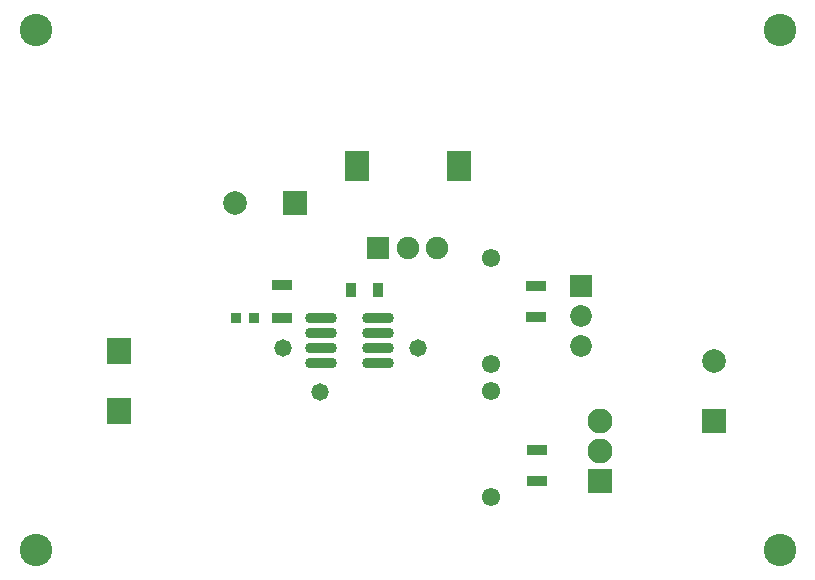
<source format=gts>
G04*
G04 #@! TF.GenerationSoftware,Altium Limited,Altium Designer,24.1.2 (44)*
G04*
G04 Layer_Color=8388736*
%FSLAX44Y44*%
%MOMM*%
G71*
G04*
G04 #@! TF.SameCoordinates,0D61027A-B9A4-4D08-A004-814C5E794B05*
G04*
G04*
G04 #@! TF.FilePolarity,Negative*
G04*
G01*
G75*
%ADD16R,0.9000X1.2000*%
%ADD17R,0.9096X0.9121*%
%ADD18R,1.6582X0.9561*%
%ADD19R,1.7000X0.9500*%
%ADD20R,2.1032X2.5032*%
%ADD21O,2.7032X0.9032*%
%ADD22R,2.1232X2.1232*%
%ADD23C,2.1232*%
%ADD24R,1.9032X1.9032*%
%ADD25C,1.9032*%
%ADD26R,2.0032X2.2352*%
%ADD27C,2.0032*%
%ADD28R,2.0032X2.0032*%
%ADD29C,1.5532*%
%ADD30C,1.8500*%
%ADD31R,1.8500X1.8500*%
%ADD32R,2.0032X2.0032*%
%ADD33C,2.7432*%
%ADD34C,1.4732*%
D16*
X565000Y495250D02*
D03*
X542000D02*
D03*
D17*
X459762Y471500D02*
D03*
X444738D02*
D03*
D18*
X699250Y332989D02*
D03*
Y359511D02*
D03*
X699000Y471989D02*
D03*
Y498511D02*
D03*
D19*
X484000Y499250D02*
D03*
Y471250D02*
D03*
D20*
X546750Y600500D02*
D03*
X633750D02*
D03*
D21*
X516250Y471050D02*
D03*
Y458350D02*
D03*
Y445650D02*
D03*
Y432950D02*
D03*
X565250Y471050D02*
D03*
Y458350D02*
D03*
Y445650D02*
D03*
Y432950D02*
D03*
D22*
X752500Y333350D02*
D03*
D23*
Y358750D02*
D03*
Y384150D02*
D03*
D24*
X565250Y530500D02*
D03*
D25*
X615250D02*
D03*
X590250D02*
D03*
D26*
X346000Y443900D02*
D03*
Y393100D02*
D03*
D27*
X849500Y435400D02*
D03*
X443850Y569000D02*
D03*
D28*
X849500Y384600D02*
D03*
D29*
X660750Y409500D02*
D03*
Y319500D02*
D03*
X660500Y522250D02*
D03*
Y432250D02*
D03*
D30*
X736700Y447600D02*
D03*
Y473000D02*
D03*
D31*
Y498400D02*
D03*
D32*
X494650Y569000D02*
D03*
D33*
X275000Y275000D02*
D03*
Y715000D02*
D03*
X905000Y275000D02*
D03*
Y715000D02*
D03*
D34*
X484250Y445750D02*
D03*
X515750Y408500D02*
D03*
X598500Y445750D02*
D03*
M02*

</source>
